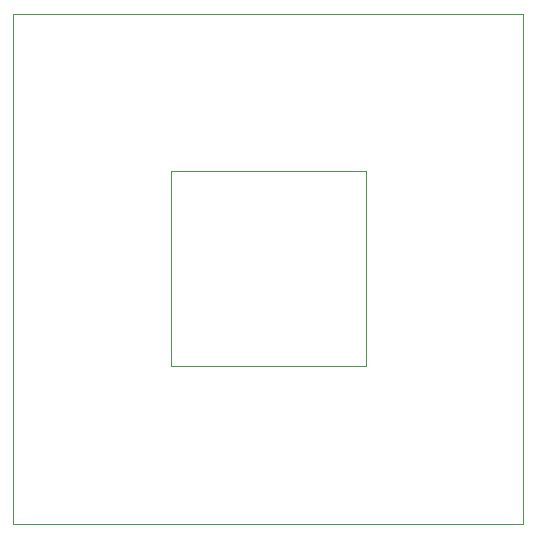
<source format=gbr>
G04 (created by PCBNEW (2013-07-07 BZR 4022)-stable) date 12/10/2014 10:11:42 PM*
%MOIN*%
G04 Gerber Fmt 3.4, Leading zero omitted, Abs format*
%FSLAX34Y34*%
G01*
G70*
G90*
G04 APERTURE LIST*
%ADD10C,0.00590551*%
%ADD11C,0.00393701*%
G04 APERTURE END LIST*
G54D10*
G54D11*
X70000Y-43000D02*
X70000Y-51500D01*
X87000Y-43000D02*
X70000Y-43000D01*
X87000Y-60000D02*
X87000Y-43000D01*
X70000Y-60000D02*
X87000Y-60000D01*
X70000Y-51500D02*
X70000Y-60000D01*
X75250Y-48250D02*
X75250Y-54750D01*
X81750Y-48250D02*
X75250Y-48250D01*
X81750Y-54750D02*
X81750Y-48250D01*
X81250Y-54750D02*
X81750Y-54750D01*
X75250Y-54750D02*
X81250Y-54750D01*
M02*

</source>
